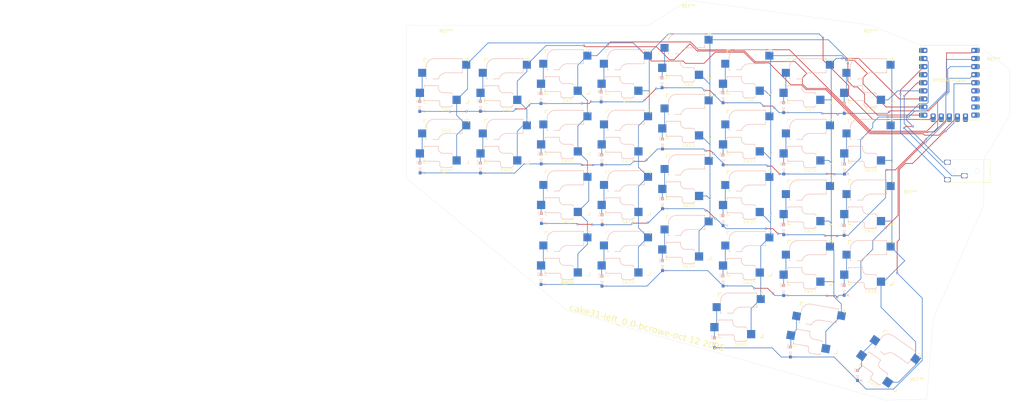
<source format=kicad_pcb>
(kicad_pcb (version 20241229) (generator "pcbnew") (generator_version "9.0")
  (layers (0 "F.Cu" signal) (2 "B.Cu" signal) (13 "F.Paste" user) (15 "B.Paste" user) (5 "F.SilkS" user "F.Silkscreen") (7 "B.SilkS" user "B.Silkscreen") (1 "F.Mask" user) (3 "B.Mask" user) (25 "Edge.Cuts" user))
  (net 0 "")
  (net 1 "Net-(D1-A)")
  (net 2 "row1")
  (net 3 "Net-(D2-A)")
  (net 4 "Net-(D3-A)")
  (net 5 "Net-(D4-A)")
  (net 6 "Net-(D5-A)")
  (net 7 "Net-(D6-A)")
  (net 8 "Net-(D7-A)")
  (net 9 "Net-(D8-A)")
  (net 10 "Net-(D9-A)")
  (net 11 "row2")
  (net 12 "Net-(D10-A)")
  (net 13 "Net-(D11-A)")
  (net 14 "Net-(D12-A)")
  (net 15 "Net-(D13-A)")
  (net 16 "Net-(D14-A)")
  (net 17 "Net-(D15-A)")
  (net 18 "Net-(D16-A)")
  (net 19 "row3")
  (net 20 "Net-(D17-A)")
  (net 21 "Net-(D18-A)")
  (net 22 "Net-(D19-A)")
  (net 23 "Net-(D20-A)")
  (net 24 "Net-(D21-A)")
  (net 25 "Net-(D22-A)")
  (net 26 "Net-(D23-A)")
  (net 27 "row4")
  (net 28 "Net-(D24-A)")
  (net 29 "Net-(D25-A)")
  (net 30 "Net-(D26-A)")
  (net 31 "Net-(D27-A)")
  (net 32 "Net-(D28-A)")
  (net 33 "Net-(D29-A)")
  (net 34 "row5")
  (net 35 "Net-(D30-A)")
  (net 36 "Net-(D31-A)")
  (net 37 "jackpwr")
  (net 38 "data1")
  (net 39 "GND")
  (net 40 "col1")
  (net 41 "col3")
  (net 42 "col8")
  (net 43 "col2")
  (net 45 "col4")
  (net 47 "col5")
  (net 48 "col7")
  (net 50 "col6")
  (net 54 "unconnected-(RZ1-GP29-Pad23)")
  (footprint "kbdextras:1N4148W" (layer "F.Cu") (at 170.04 113.38 90)
    (property "Reference" "D27")
    (property "Value" "D")
  )
  (footprint "kbdextras:mx-choc-dual" (layer "F.Cu") (at 178.32 85.61)
    (property "Reference" "SW21")
    (property "Value" "SW_SPST")
  )
  (footprint "kbdextras:mx-choc-dual" (layer "F.Cu") (at 197.37 85.61)
    (property "Reference" "SW22")
    (property "Value" "SW_SPST")
  )
  (footprint "kbdextras:1N4148W" (layer "F.Cu") (at 131.97 105.54 90)
    (property "Reference" "D25")
    (property "Value" "D")
  )
  (footprint "kbdextras:mx-choc-dual" (layer "F.Cu") (at 197.35 47.5)
    (property "Reference" "SW8")
    (property "Value" "SW_SPST")
  )
  (footprint "kbdextras:mx-choc-dual" (layer "F.Cu") (at 156.56 121.14)
    (property "Reference" "SW29")
    (property "Value" "SW_SPST")
  )
  (footprint "kbdextras:1N4148W" (layer "F.Cu") (at 113.01 91.13 90)
    (property "Reference" "D18")
    (property "Value" "D")
  )
  (footprint "kbdextras:mx-choc-dual" (layer "F.Cu") (at 140.16 39.64)
    (property "Reference" "SW5")
    (property "Value" "SW_SPST")
  )
  (footprint "MountingHole:MountingHole_2.2mm_M2" (layer "F.Cu") (at 212.08 144.49)
    (property "Reference" "REF**")
    (property "Value" "MountingHole_2.2mm_M2")
  )
  (footprint "kbdextras:mx-choc-dual" (layer "F.Cu") (at 83.05 47.5)
    (property "Reference" "SW2")
    (property "Value" "SW_SPST")
  )
  (footprint "kbdextras:1N4148W" (layer "F.Cu") (at 189.09 56.14 90)
    (property "Reference" "D8")
    (property "Value" "D")
  )
  (footprint "MountingHole:MountingHole_2.2mm_M2" (layer "F.Cu") (at 209.85 85.6)
    (property "Reference" "REF**")
    (property "Value" "MountingHole_2.2mm_M2")
  )
  (footprint "kbdextras:1N4148W" (layer "F.Cu") (at 151.01 91.41 90)
    (property "Reference" "D20")
    (property "Value" "D")
  )
  (footprint "kbdextras:mx-choc-dual" (layer "F.Cu") (at 102.06 44.64)
    (property "Reference" "SW3")
    (property "Value" "SW_SPST")
  )
  (footprint "kbdextras:1N4148W" (layer "F.Cu") (at 112.69 52.51 90)
    (property "Reference" "D4")
    (property "Value" "D")
  )
  (footprint "MountingHole:MountingHole_2.2mm_M2" (layer "F.Cu") (at 102.08 114.21)
    (property "Reference" "REF**")
    (property "Value" "MountingHole_2.2mm_M2")
  )
  (footprint "kbdextras:1N4148W" (layer "F.Cu") (at 93.84 72.01 90)
    (property "Reference" "D11")
    (property "Value" "D")
  )
  (footprint "kbdextras:1N4148W" (layer "F.Cu") (at 93.77 109.91 90)
    (property "Reference" "D23")
    (property "Value" "D")
  )
  (footprint "kbdextras:mx-choc-dual" (layer "F.Cu") (at 159.28 63.7)
    (property "Reference" "SW14")
    (property "Value" "SW_SPST")
  )
  (footprint "kbdextras:mx-choc-dual" (layer "F.Cu") (at 203.48 135.47 -35)
    (property "Reference" "SW31")
    (property "Value" "SW_SPST")
  )
  (footprint "kbdextras:mx-choc-dual" (layer "F.Cu") (at 64 66.54)
    (property "Reference" "SW9")
    (property "Value" "SW_SPST")
  )
  (footprint "kbdextras:1N4148W" (layer "F.Cu") (at 112.94 110.44 90)
    (property "Reference" "D24")
    (property "Value" "D")
  )
  (footprint "kbdextras:mx-choc-dual" (layer "F.Cu") (at 102.08 101.75)
    (property "Reference" "SW23")
    (property "Value" "SW_SPST")
  )
  (footprint "kbdextras:mx-choc-dual" (layer "F.Cu") (at 140.18 58.68)
    (property "Reference" "SW13")
    (property "Value" "SW_SPST" (hide yes))
  )
  (footprint "kbdextras:mx-choc-dual" (layer "F.Cu") (at 83.05 66.54)
    (property "Reference" "SW10")
    (property "Value" "SW_SPST")
  )
  (footprint "kbdextras:mx-choc-dual" (layer "F.Cu") (at 64 47.5)
    (property "Reference" "SW1")
    (property "Value" "SW_SPST")
  )
  (footprint "kbdextras:1N4148W" (layer "F.Cu") (at 151.01 110.37 90)
    (property "Reference" "D26")
    (property "Value" "D")
  )
  (footprint "kbdextras:mx-choc-dual" (layer "F.Cu") (at 140.19 77.71)
    (property "Reference" "SW19")
    (property "Value" "SW_SPST")
  )
  (footprint "kbdextras:1N4148W" (layer "F.Cu") (at 93.91 90.74 90)
    (property "Reference" "D17")
    (property "Value" "D")
  )
  (footprint "kbdextras:1N4148W" (layer "F.Cu") (at 170.04 94.27 90)
    (property "Reference" "D21")
    (property "Value" "D")
  )
  (footprint "kbdextras:mx-choc-dual" (layer "F.Cu") (at 121.11 44.64)
    (property "Reference" "SW4")
    (property "Value" "SW_SPST")
  )
  (footprint "kbdextras:mx-choc-dual" (layer "F.Cu") (at 159.26 44.64)
    (property "Reference" "SW6")
    (property "Value" "SW_SPST")
  )
  (footprint "kbdextras:1N4148W" (layer "F.Cu") (at 131.97 67.33 90)
    (property "Reference" "D13")
    (property "Value" "D")
  )
  (footprint "kbdextras:mx-choc-dual" (layer "F.Cu") (at 121.14 82.73)
    (property "Reference" "SW18")
    (property "Value" "SW_SPST")
  )
  (footprint "kbdextras:1N4148W" (layer "F.Cu") (at 170.07 75.2 90)
    (property "Reference" "D15")
    (property "Value" "D")
  )
  (footprint "kbdextras:mx-choc-dual" (layer "F.Cu") (at 102.09 82.73)
    (property "Reference" "SW17")
    (property "Value" "SW_SPST")
  )
  (footprint "kbdextras:mx-choc-dual" (layer "F.Cu") (at 140.18 96.73)
    (property "Reference" "SW25")
    (property "Value" "SW_SPST")
  )
  (footprint "kbdextras:mx-choc-dual" (layer "F.Cu") (at 102.09 63.7)
    (property "Reference" "SW11")
    (property "Value" "SW_SPST")
  )
  (footprint "kbdextras:1N4148W" (layer "F.Cu") (at 150.99 52.8 90)
    (property "Reference" "D6")
    (property "Value" "D")
  )
  (footprint "kbdextras:mx-choc-dual" (layer "F.Cu") (at 159.27 101.78)
    (property "Reference" "SW26")
    (property "Value" "SW_SPST")
  )
  (footprint "kbdextras:1N4148W" (layer "F.Cu") (at 189.07 113.31 90)
    (property "Reference" "D28")
    (property "Value" "D")
  )
  (footprint "MountingHole:MountingHole_2.2mm_M2" (layer "F.Cu") (at 236.13 43.82)
    (property "Reference" "REF**")
    (property "Value" "MountingHole_2.2mm_M2")
  )
  (footprint "kbdextras:1N4148W" (layer "F.Cu") (at 172.168949 132.706989 90)
    (property "Reference" "D30")
    (property "Value" "D")
  )
  (footprint "kbdextras:1N4148W" (layer "F.Cu") (at 189.07 94.48 90)
    (property "Reference" "D22")
    (property "Value" "D")
  )
  (footprint "kbdextras:1N4148W" (layer "F.Cu") (at 74.74 55.49 90)
    (property "Reference" "D2")
    (property "Value" "D")
  )
  (footprint "MountingHole:MountingHole_2.2mm_M2" (layer "F.Cu") (at 63.97 35)
    (property "Reference" "REF**")
    (property "Value" "MountingHole_2.2mm_M2")
  )
  (footprint "kbdextras:1N4148W" (layer "F.Cu") (at 170.04 55.9 90)
    (property "Reference" "D7")
    (property "Value" "D")
  )
  (footprint "kbdextras:mx-choc-dual" (layer "F.Cu") (at 178.3 47.5)
    (property "Reference" "SW7")
    (property "Value" "SW_SPST")
  )
  (footprint "kbdextras:mx-choc-dual" (layer "F.Cu") (at 178.32 66.54)
    (property "Reference" "SW15")
    (property "Value" "SW_SPST")
  )
  (footprint "kbdextras:RP2040-Zero" (layer "F.Cu") (at 211.96 60.78)
    (property "Reference" "RZ1")
    (property "Value" "RP2040-Zero")
  )
  (footprint "kbdextras:1N4148W" (layer "F.Cu") (at 55.67 55.52 90)
    (property "Reference" "D1")
    (property "Value" "D")
  )
  (footprint "kbdextras:1N4148W" (layer "F.Cu") (at 55.78 74.84 90)
    (property "Reference" "D9")
    (property "Value" "D")
  )
  (footprint "kbdextras:mx-choc-dual" (layer "F.Cu") (at 121.13 101.75)
    (property "Reference" "SW24")
    (property "Value" "SW_SPST")
  )
  (footprint "kbdextras:mx-choc-dual" (layer "F.Cu") (at 121.14 63.7)
    (property "Reference" "SW12")
    (property "Value" "SW_SPST")
  )
  (footprint "kbdextras:1N4148W" (layer "F.Cu") (at 131.82 48.08 90)
    (property "Reference" "D5")
    (property "Value" "D")
  )
  (footprint "kbdextras:1N4148W" (layer "F.Cu") (at 112.88 72.28 90)
    (property "Reference" "D12")
    (property "Value" "D")
  )
  (footprint "kbdextras:mx-choc-dual" (layer "F.Cu") (at 178.32 104.65)
    (property "Reference" "SW27")
    (property "Value" "SW_SPST" (hide yes))
  )
  (footprint "kbdextras:1N4148W" (layer "F.Cu") (at 131.97 86.09 90)
    (property "Reference" "D19")
    (property "Value" "D")
  )
  (footprint "MountingHole:MountingHole_2.2mm_M2" (layer "F.Cu") (at 140.16 27.14)
    (property "Reference" "REF**")
    (property "Value" "MountingHole_2.2mm_M2")
  )
  (footprint "MountingHole:MountingHole_2.2mm_M2" (layer "F.Cu") (at 63.98 79.01)
    (property "Reference" "REF**")
    (property "Value" "MountingHole_2.2mm_M2")
  )
  (footprint "kbdextras:1N4148W" (layer "F.Cu") (at 193.267418 140.088625 90)
    (property "Reference" "D31")
    (property "Value" "D")
  )
  (footprint "kbdextras:1N4148W" (layer "F.Cu") (at 93.78 53.04 90)
    (property "Reference" "D3")
    (property "Value" "D")
  )
  (footprint "kbdextras:mx-choc-dual" (layer "F.Cu") (at 181.1 125.21 -10)
    (property "Reference" "SW30" (hide yes))
    (property "Value" "SW_SPST")
  )
  (footprint "kbdextras:1N4148W" (layer "F.Cu") (at 151.02 72.33 90)
    (property "Reference" "D14")
    (property "Value" "D")
  )
  (footprint "kbdextras:1N4148W" (layer "F.Cu") (at 189.16 75.2 90)
    (property "Reference" "D16")
    (property "Value" "D")
  )
  (footprint "kbdextras:1N4148W" (layer "F.Cu") (at 148.35 129.82 90)
    (property "Reference" "D29")
    (property "Value" "D")
  )
  (footprint "kbdextras:mx-choc-dual" (layer "F.Cu") (at 159.27 82.76)
    (property "Reference" "SW20")
    (property "Value" "SW_SPST" (hide yes))
  )
  (footprint "kbdextras:STX-3000" (layer "F.Cu") (at 227.94 75.81 180)
    (property "Reference" "J1" (hide yes))
    (property "Value" "AudioJack3")
    (fp_circle (center 4.5 0) (end 5.25 0) (stroke (width 0.05)) (fill no) (layer "Edge.Cuts"))
    (fp_circle (center -3 0) (end -2.25 0) (stroke (width 0.05)) (fill no) (layer "Edge.Cuts"))
  )
  (footprint "kbdextras:mx-choc-dual" (layer "F.Cu") (at 197.37 104.65)
    (property "Reference" "SW28")
    (property "Value" "SW_SPST")
  )
  (footprint "MountingHole:MountingHole_2.2mm_M2" (layer "F.Cu") (at 197.38 35)
    (property "Reference" "REF**")
    (property "Value" "MountingHole_2.2mm_M2")
  )
  (footprint "kbdextras:mx-choc-dual" (layer "F.Cu") (at 197.37 66.54)
    (property "Reference" "SW16")
    (property "Value" "SW_SPST")
  )
  (footprint "kbdextras:1N4148W" (layer "F.Cu") (at 74.77 74.89 90)
    (property "Reference" "D10")
    (property "Value" "D")
  )
  (gr_line (start 51.51 29.99) (end 127.66 29.99) (stroke (width 0.05)) (layer "Edge.Cuts"))
  (gr_line (start 127.66 29.99) (end 140.18 22.12) (stroke (width 0.05)) (layer "Edge.Cuts"))
  (gr_line (start 202.09 147.83) (end 102.02 119.65) (stroke (width 0.05)) (layer "Edge.Cuts"))
  (gr_line (start 102.02 119.65) (end 51.51 78.1) (stroke (width 0.05)) (layer "Edge.Cuts"))
  (gr_line (start 232.95 72.21) (end 232.95 86.56) (stroke (width 0.05)) (layer "Edge.Cuts"))
  (gr_line (start 241.13 43.82) (end 241.14 58.24) (stroke (width 0.05)) (layer "Edge.Cuts"))
  (gr_line (start 241.14 58.24) (end 232.95 72.21) (stroke (width 0.05)) (layer "Edge.Cuts"))
  (gr_line (start 140.18 22.12) (end 197.38 29.99) (stroke (width 0.05)) (layer "Edge.Cuts"))
  (gr_line (start 215.03 147.58) (end 202.09 147.83) (stroke (width 0.05)) (layer "Edge.Cuts"))
  (gr_line (start 232.95 86.56) (end 217.11 122.1) (stroke (width 0.05)) (layer "Edge.Cuts"))
  (gr_line (start 231.13 36.34) (end 241.13 43.82) (stroke (width 0.05)) (layer "Edge.Cuts"))
  (gr_line (start 197.38 29.99) (end 213.13 36.34) (stroke (width 0.05)) (layer "Edge.Cuts"))
  (gr_line (start 217.11 122.1) (end 215.03 147.58) (stroke (width 0.05)) (layer "Edge.Cuts"))
  (gr_line (start 51.51 78.1) (end 51.51 29.99) (stroke (width 0.05)) (layer "Edge.Cuts"))
  (gr_line (start 213.13 36.34) (end 231.13 36.34) (stroke (width 0.05)) (layer "Edge.Cuts"))
  (gr_text "cake31-left_0.0-bcrowe-oct 12 2025" (at 102.48 119.84 345) (layer "F.SilkS") (effects (font (size 2 2) (thickness 0.1)) (justify left bottom)))
  (segment (start 56.44 50.535) (end 55.725 51.25) (width 0.2) (layer "B.Cu") (net 1))
  (segment (start 55.725 53.885) (end 55.67 53.94) (width 0.2) (layer "B.Cu") (net 1))
  (segment (start 56.44 44.96) (end 56.44 50.535) (width 0.2) (layer "B.Cu") (net 1))
  (segment (start 55.725 51.25) (end 55.725 53.885) (width 0.2) (layer "B.Cu") (net 1))
  (segment (start 182.21 57.75) (end 186.77 57.75) (width 0.2) (layer "F.Cu") (net 2))
  (segment (start 126.36 53.54) (end 129.97 49.93) (width 0.2) (layer "F.Cu") (net 2))
  (segment (start 85.87 56.3) (end 88.94 56.3) (width 0.2) (layer "F.Cu") (net 2))
  (segment (start 228.96 38.7) (end 229.74 37.92) (width 0.2) (layer "F.Cu") (net 2))
  (segment (start 126.29 53.54) (end 126.36 53.54) (width 0.2) (layer "F.Cu") (net 2))
  (segment (start 88.94 56.3) (end 89.97 55.27) (width 0.2) (layer "F.Cu") (net 2))
  (segment (start 203.51 56.91) (end 215.58 56.91) (width 0.2) (layer "F.Cu") (net 2))
  (segment (start 65.15 57.11) (end 70.31 57.11) (width 0.2) (layer "F.Cu") (net 2))
  (segment (start 215.58 56.91) (end 221.24 51.25) (width 0.2) (layer "F.Cu") (net 2))
  (segment (start 106.6 54.57) (end 108.96 54.57) (width 0.2) (layer "F.Cu") (net 2))
  (segment (start 146.88 50.5) (end 148.33 51.95) (width 0.2) (layer "F.Cu") (net 2))
  (segment (start 186.77 57.75) (end 187.05 58.03) (width 0.2) (layer "F.Cu") (net 2))
  (segment (start 221.24 51.25) (end 221.24 38.7) (width 0.2) (layer "F.Cu") (net 2))
  (segment (start 163.75 55.41) (end 166.57 55.41) (width 0.2) (layer "F.Cu") (net 2))
  (segment (start 108.96 54.57) (end 109.53 54) (width 0.2) (layer "F.Cu") (net 2))
  (segment (start 145.18 50.5) (end 146.88 50.5) (width 0.2) (layer "F.Cu") (net 2))
  (segment (start 166.57 55.41) (end 167.14 55.98) (width 0.2) (layer "F.Cu") (net 2))
  (segment (start 221.24 38.7) (end 228.96 38.7) (width 0.2) (layer "F.Cu") (net 2))
  (segment (start 203.18 57.24) (end 203.51 56.91) (width 0.2) (layer "F.Cu") (net 2))
  (segment (start 70.31 57.11) (end 70.35 57.07) (width 0.2) (layer "F.Cu") (net 2))
  (via (at 126.29 53.54) (size 0.6) (drill 0.3) (layers "F.Cu" "B.Cu") (net 2))
  (via (at 148.33 51.95) (size 0.6) (drill 0.3) (layers "F.Cu" "B.Cu") (net 2))
  (via (at 167.14 55.98) (size 0.6) (drill 0.3) (layers "F.Cu" "B.Cu") (net 2))
  (via (at 129.97 49.93) (size 0.6) (drill 0.3) (layers "F.Cu" "B.Cu") (net 2))
  (via (at 85.87 56.3) (size 0.6) (drill 0.3) (layers "F.Cu" "B.Cu") (net 2))
  (via (at 145.18 50.5) (size 0.6) (drill 0.3) (layers "F.Cu" "B.Cu") (net 2))
  (via (at 109.53 54) (size 0.6) (drill 0.3) (layers "F.Cu" "B.Cu") (net 2))
  (via (at 163.75 55.41) (size 0.6) (drill 0.3) (layers "F.Cu" "B.Cu") (net 2))
  (via (at 187.05 58.03) (size 0.6) (drill 0.3) (layers "F.Cu" "B.Cu") (net 2))
  (via (at 65.15 57.11) (size 0.6) (drill 0.3) (layers "F.Cu" "B.Cu") (net 2))
  (via (at 106.6 54.57) (size 0.6) (drill 0.3) (layers "F.Cu" "B.Cu") (net 2))
  (via (at 89.97 55.27) (size 0.6) (drill 0.3) (layers "F.Cu" "B.Cu") (net 2))
  (via (at 182.21 57.75) (size 0.6) (drill 0.3) (layers "F.Cu" "B.Cu") (net 2))
  (via (at 70.35 57.07) (size 0.6) (drill 0.3) (layers "F.Cu" "B.Cu") (net 2))
  (via (at 203.18 57.24) (size 0.6) (drill 0.3) (layers "F.Cu" "B.Cu") (net 2))
  (segment (start 202.71 57.71) (end 203.18 57.24) (width 0.2) (layer "B.Cu") (net 2))
  (segment (start 125.75 54.08) (end 126.29 53.54) (width 0.2) (layer "B.Cu") (net 2))
  (segment (start 187.05 58.03) (end 187.37 57.71) (width 0.2) (layer "B.Cu") (net 2))
  (segment (start 70.35 57.07) (end 70.36 57.06) (width 0.2) (layer "B.Cu") (net 2))
  (segment (start 109.53 54) (end 109.61 54.08) (width 0.2) (layer "B.Cu") (net 2))
  (segment (start 74.74 57.06) (end 85.11 57.06) (width 0.2) (layer "B.Cu") (net 2))
  (segment (start 189.09 57.71) (end 202.71 57.71) (width 0.2) (layer "B.Cu") (net 2))
  (segment (start 93.78 54.61) (end 106.56 54.61) (width 0.2) (layer "B.Cu") (net 2))
  (segment (start 90.63 54.61) (end 93.78 54.61) (width 0.2) (layer "B.Cu") (net 2))
  (segment (start 148.33 51.95) (end 150.75 54.37) (width 0.2) (layer "B.Cu") (net 2))
  (segment (start 181.93 57.47) (end 182.21 57.75) (width 0.2) (layer "B.Cu") (net 2))
  (segment (start 129.97 49.93) (end 131.54 49.93) (width 0.2) (layer "B.Cu") (net 2))
  (segment (start 167.14 55.98) (end 168.63 57.47) (width 0.2) (layer "B.Cu") (net 2))
  (segment (start 112.69 54.08) (end 125.75 54.08) (width 0.2) (layer "B.Cu") (net 2))
  (segment (start 109.61 54.08) (end 112.69 54.08) (width 0.2) (layer "B.Cu") (net 2))
  (segment (start 150.75 54.37) (end 150.99 54.37) (width 0.2) (layer "B.Cu") (net 2))
  (segment (start 85.11 57.06) (end 85.87 56.3) (width 0.2) (layer "B.Cu") (net 2))
  (segment (start 131.82 49.65) (end 144.33 49.65) (width 0.2) (layer "B.Cu") (net 2))
  (segment (start 187.37 57.71) (end 189.09 57.71) (width 0.2) (layer "B.Cu") (net 2))
  (segment (start 150.99 54.37) (end 162.71 54.37) (width 0.2) (layer "B.Cu") (net 2))
  (segment (start 168.63 57.47) (end 170.04 57.47) (width 0.2) (layer "B.Cu") (net 2))
  (segment (start 89.97 55.27) (end 90.63 54.61) (width 0.2) (layer "B.Cu") (net 2))
  (segment (start 131.54 49.93) (end 131.82 49.65) (width 0.2) (layer "B.Cu") (net 2))
  (segment (start 65.13 57.09) (end 65.15 57.11) (width 0.2) (layer "B.Cu") (net 2))
  (segment (start 144.33 49.65) (end 145.18 50.5) (width 0.2) (layer "B.Cu") (net 2))
  (segment (start 106.56 54.61) (end 106.6 54.57) (width 0.2) (layer "B.Cu") (net 2))
  (segment (start 170.04 57.47) (end 181.93 57.47) (width 0.2) (layer "B.Cu") (net 2))
  (segment (start 55.67 57.09) (end 65.13 57.09) (width 0.2) (layer "B.Cu") (net 2))
  (segment (start 70.36 57.06) (end 74.74 57.06) (width 0.2) (layer "B.Cu") (net 2))
  (segment (start 162.71 54.37) (end 163.75 55.41) (width 0.2) (layer "B.Cu") (net 2))
  (segment (start 74.775 53.875) (end 74.74 53.91) (width 0.2) (layer "B.Cu") (net 3))
  (segment (start 75.49 50.535) (end 74.775 51.25) (width 0.2) (layer "B.Cu") (net 3))
  (segment (start 74.775 51.25) (end 74.775 53.875) (width 0.2) (layer "B.Cu") (net 3))
  (segment (start 75.49 44.96) (end 75.49 50.535) (width 0.2) (layer "B.Cu") (net 3))
  (segment (start 94.5 42.1) (end 94.5 47.675) (width 0.2) (layer "B.Cu") (net 4))
  (segment (start 93.785 51.455) (end 93.78 51.46) (width 0.2) (layer "B.Cu") (net 4))
  (segment (start 94.5 47.675) (end 93.785 48.39) (width 0.2) (layer "B.Cu") (net 4))
  (segment (start 93.785 48.39) (end 93.785 51.455) (width 0.2) (layer "B.Cu") (net 4))
  (segment (start 112.69 48.535) (end 112.835 48.39) (width 0.2) (layer "B.Cu") (net 5))
  (segment (start 113.55 42.1) (end 113.55 47.675) (width 0.2) (layer "B.Cu") (net 5))
  (segment (start 112.69 50.93) (end 112.69 48.535) (width 0.2) (layer "B.Cu") (net 5))
  (segment (start 113.55 47.675) (end 112.835 48.39) (width 0.2) (layer "B.Cu") (net 5))
  (segment (start 132.6 37.1) (end 132.6 42.675) (width 0.2) (layer "B.Cu") (net 6))
  (segment (start 131.885 43.39) (end 131.885 46.435) (width 0.2) (layer "B.Cu") (net 6))
  (segment (start 132.6 42.675) (end 131.885 43.39) (width 0.2) (layer "B.Cu") (net 6))
  (segment (start 131.885 46.435) (end 131.82 46.5) (width 0.2) (layer "B.Cu") (net 6))
  (segment (start 151.7 42.1) (end 151.7 47.675) (width 0.2) (layer "B.Cu") (net 7))
  (segment (start 150.985 51.215) (end 150.99 51.22) (width 0.2) (layer "B.Cu") (net 7))
  (segment (start 150.985 48.39) (end 150.985 51.215) (width 0.2) (layer "B.Cu") (net 7))
  (segment (start 151.7 47.675) (end 150.985 48.39) (width 0.2) (layer "B.Cu") (net 7))
  (segment (start 170.74 44.96) (end 170.74 50.535) (width 0.2) (layer "B.Cu") (net 8))
  (segment (start 170.025 51.25) (end 170.025 54.305) (width 0.2) (layer "B.Cu") (net 8))
  (segment (start 170.74 50.535) (end 170.025 51.25) (width 0.2) (layer "B.Cu") (net 8))
  (segment (start 170.025 54.305) (end 170.04 54.32) (width 0.2) (layer "B.Cu") (net 8))
  (segment (start 189.79 50.535) (end 189.075 51.25) (width 0.2) (layer "B.Cu") (net 9))
  (segment (start 189.79 44.96) (end 189.79 50.535) (width 0.2) (layer "B.Cu") (net 9))
  (segment (start 189.075 54.545) (end 189.09 54.56) (width 0.2) (layer "B.Cu") (net 9))
  (segment (start 189.075 51.25) (end 189.075 54.545) (width 0.2) (layer "B.Cu") (net 9))
  (segment (start 55.725 70.29) (end 55.725 73.205) (width 0.2) (layer "B.Cu") (net 10))
  (segment (start 55.725 73.205) (end 55.78 73.26) (width 0.2) (layer "B.Cu") (net 10))
  (segment (start 56.44 69.575) (end 55.725 70.29) (width 0.2) (layer "B.Cu") (net 10))
  (segment (start 56.44 64) (end 56.44 69.575) (width 0.2) (layer "B.Cu") (net 10))
  (segment (start 202.7 58.84) (end 209.19 58.84) (width 0.2) (layer "F.Cu") (net 11))
  (segment (start 209.19 58.84) (end 209.29 58.94) (width 0.2) (layer "F.Cu") (net 11))
  (segment (start 110.1 73.93) (end 110.13 73.96) (width 0.2) (layer "F.Cu") (net 11))
  (segment (start 185.84 76.7) (end 185.96 76.82) (width 0.2) (layer "F.Cu") (net 11))
  (segment (start 147.12 69.45) (end 148.03 70.36) (width 0.2) (layer "F.Cu") (net 11))
  (segment (start 165.01 74.28) (end 166.33 74.28) (width 0.2) (layer "F.Cu") (net 11))
  (segment (start 122.92 72.78) (end 126.52 72.78) (width 0.2) (layer "F.Cu") (net 11))
  (segment (start 183.6 76.7) (end 185.84 76.7) (width 0.2) (layer "F.Cu") (net 11))
  (segment (start 145.47 69.45) (end 147.12 69.45) (width 0.2) (layer "F.Cu") (net 11))
  (segment (start 126.52 72.78) (end 126.99 72.31) (width 0.2) (layer "F.Cu") (net 11))
  (segment (start 106.66 73.93) (end 110.1 73.93) (width 0.2) (layer "F.Cu") (net 11))
  (segment (start 166.33 74.28) (end 168.81 76.76) (width 0.2) (layer "F.Cu") (net 11))
  (via (at 126.99 72.31) (size 0.6) (drill 0.3) (layers "F.Cu" "B.Cu") (net 11))
  (via (at 202.7 58.84) (size 0.6) (drill 0.3) (layers "F.Cu" "B.Cu") (net 11))
  (via (at 165.01 74.28) (size 0.6) (drill 0.3) (layers "F.Cu" "B.Cu") (net 11))
  (via (at 185.96 76.82) (size 0.6) (drill 0.3) (layers "F.Cu" "B.Cu") (net 11))
  (via (at 122.92 72.78) (size 0.6) (drill 0.3) (layers "F.Cu" "B.Cu") (net 11))
  (via (at 106.66 73.93) (size 0.6) (drill 0.3) (layers "F.Cu" "B.Cu") (net 11))
  (via (at 209.29 58.94) (size 0.6) (drill 0.3) (layers "F.Cu" "B.Cu") (net 11))
  (via (at 168.81 76.76) (size 0.6) (drill 0.3) (layers "F.Cu" "B.Cu") (net 11))
  (via (at 110.13 73.96) (size 0.6) (drill 0.3) (layers "F.Cu" "B.Cu") (net 11))
  (via (at 148.03 70.36) (size 0.6) (drill 0.3) (layers "F.Cu" "B.Cu") (net 11))
  (via (at 145.47 69.45) (size 0.6) (drill 0.3) (layers "F.Cu" "B.Cu") (net 11))
  (via (at 183.6 76.7) (size 0.6) (drill 0.3) (layers "F.Cu" "B.Cu") (net 11))
  (segment (start 194.22 65.957709) (end 198.059 62.118709) (width 0.2) (layer "B.Cu") (net 11))
  (segment (start 185.96 76.82) (end 186.01 76.77) (width 0.2) (layer "B.Cu") (net 11))
  (segment (start 198.059 62.118709) (end 198.059 60.693291) (width 0.2) (layer "B.Cu") (net 11))
  (segment (start 194.22 71.71) (end 194.22 65.957709) (width 0.2) (layer "B.Cu") (net 11))
  (segment (start 110.13 73.96) (end 110.24 73.85) (width 0.2) (layer "B.Cu") (net 11))
  (segment (start 106.31 73.58) (end 106.66 73.93) (width 0.2) (layer "B.Cu") (net 11))
  (segment (start 148.03 70.36) (end 151.02 73.35) (width 0.2) (layer "B.Cu") (net 11))
  (segment (start 110.24 73.85) (end 112.88 73.85) (width 0.2) (layer "B.Cu") (net 11))
  (segment (start 131.97 68.9) (end 144.92 68.9) (width 0.2) (layer "B.Cu") (net 11))
  (segment (start 214.971436 56.92) (end 221.22 50.671436) (width 0.2) (layer "B.Cu") (net 11))
  (segment (start 221.22 50.671436) (end 221.22 40.77) (width 0.2) (layer "B.Cu") (net 11))
  (segment (start 164.63 73.9) (end 165.01 74.28) (width 0.2) (layer "B.Cu") (net 11))
  (segment (start 198.059 60.693291) (end 199.912291 58.84) (width 0.2) (layer "B.Cu") (net 11))
  (segment (start 144.92 68.9) (end 145.47 69.45) (width 0.2) (layer "B.Cu") (net 11))
  (segment (start 199.912291 58.84) (end 202.7 58.84) (width 0.2) (layer "B.Cu") (net 11))
  (segment (start 170.06 76.76) (end 170.07 76.77) (width 0.2) (layer "B.Cu") (net 11))
  (segment (start 74.77 76.46) (end 85.557 76.46) (width 0.2) (layer "B.Cu") (net 11))
  (segment (start 93.84 73.58) (end 106.31 73.58) (width 0.2) (layer "B.Cu") (net 11))
  (segment (start 229.43 40.77) (end 229.74 40.46) (width 0.2) (layer "B.Cu") (net 11))
  (segment (start 112.88 73.85) (end 121.85 73.85) (width 0.2) (layer "B.Cu") (net 11))
  (segment (start 151.02 73.35) (end 151.02 73.9) (width 0.2) (layer "B.Cu") (net 11))
  (segment (start 55.78 76.41) (end 74.72 76.41) (width 0.2) (layer "B.Cu") (net 11))
  (segment (start 126.99 72.31) (end 130.4 68.9) (width 0.2) (layer "B.Cu") (net 11))
  (segment (start 74.72 76.41) (end 74.77 76.46) (width 0.2) (layer "B.Cu") (net 11))
  (segment (start 170.07 76.77) (end 183.53 76.77) (width 0.2) (layer "B.Cu") (net 11))
  (segment (start 221.22 40.77) (end 229.43 40.77) (width 0.2) (layer "B.Cu") (net 11))
  (segment (start 85.557 76.46) (end 88.437 73.58) (width 0.2) (layer "B.Cu") (net 11))
  (segment (start 183.53 76.77) (end 183.6 76.7) (width 0.2) (layer "B.Cu") (net 11))
  (segment (start 209.29 58.94) (end 211.31 56.92) (width 0.2) (layer "B.Cu") (net 11))
  (segment (start 121.85 73.85) (end 122.92 72.78) (width 0.2) (layer "B.Cu") (net 11))
  (segment (start 168.81 76.76) (end 170.06 76.76) (width 0.2) (layer "B.Cu") (net 11))
  (segment (start 151.02 73.9) (end 164.63 73.9) (width 0.2) (layer "B.Cu") (net 11))
  (segment (start 130.4 68.9) (end 131.97 68.9) (width 0.2) (layer "B.Cu") (net 11))
  (segment (start 211.31 56.92) (end 214.971436 56.92) (width 0.2) (layer "B.Cu") (net 11))
  (segment (start 88.437 73.58) (end 93.84 73.58) (width 0.2) (layer "B.Cu") (net 11))
  (segment (start 186.01 76.77) (end 189.16 76.77) (width 0.2) (layer "B.Cu") (net 11))
  (segment (start 189.16 76.77) (end 194.22 71.71) (width 0.2) (layer "B.Cu") (net 11))
  (segment (start 75.49 69.575) (end 74.775 70.29) (width 0.2) (layer "B.Cu") (net 12))
  (segment (start 75.49 64) (end 75.49 69.575) (width 0.2) (layer "B.Cu") (net 12))
  (segment (start 74.775 73.305) (end 74.77 73.31) (width 0.2) (layer "B.Cu") (net 12))
  (segment (start 74.775 70.29) (end 74.775 73.305) (width 0.2) (layer "B.Cu") (net 12))
  (segment (start 93.815 67.45) (end 93.815 70.405) (width 0.2) (layer "B.Cu") (net 13))
  (segment (start 94.53 61.16) (end 94.53 66.735) (width 0.2) (layer "B.Cu") (net 13))
  (segment (start 93.815 70.405) (end 93.84 70.43) (width 0.2) (layer "B.Cu") (net 13))
  (segment (start 94.53 66.735) (end 93.815 67.45) (width 0.2) (layer "B.Cu") (net 13))
  (segment (start 113.58 61.16) (end 113.58 66.735) (width 0.2) (layer "B.Cu") (net 14))
  (segment (start 112.865 70.685) (end 112.88 70.7) (width 0.2) (layer "B.Cu") (net 14))
  (segment (start 112.865 67.45) (end 112.865 70.685) (width 0.2) (layer "B.Cu") (net 14))
  (segment (start 113.58 66.735) (end 112.865 67.45) (width 0.2) (layer "B.Cu") (net 14))
  (segment (start 131.905 65.685) (end 131.97 65.75) (width 0.2) (layer "B.Cu") (net 15))
  (segment (start 132.62 56.14) (end 132.62 61.715) (width 0.2) (layer "B.Cu") (net 15))
  (segment (start 132.62 61.715) (end 131.905 62.43) (width 0.2) (layer "B.Cu") (net 15))
  (segment (start 131.905 62.43) (end 131.905 65.685) (width 0.2) (layer "B.Cu") (net 15))
  (segment (start 151.72 61.16) (end 151.72 66.735) (width 0.2) (layer "B.Cu") (net 16))
  (segment (start 151.005 70.735) (end 151.02 70.75) (width 0.2) (layer "B.Cu") (net 16))
  (segment (start 151.005 67.45) (end 151.005 70.735) (width 0.2) (layer "B.Cu") (net 16))
  (segment (start 151.72 66.735) (end 151.005 67.45) (width 0.2) (layer "B.Cu") (net 16))
  (segment (start 170.045 70.29) (end 170.045 73.595) (width 0.2) (layer "B.Cu") (net 17))
  (segment (start 170.76 64) (end 170.76 69.575) (width 0.2) (layer "B.Cu") (net 17))
  (segment (start 170.045 73.595) (end 170.07 73.62) (width 0.2) (layer "B.Cu") (net 17))
  (segment (start 170.76 69.575) (end 170.045 70.29) (width 0.2) (layer "B.Cu") (net 17))
  (segment (start 189.095 70.29) (end 189.095 73.555) (width 0.2) (layer "B.Cu") (net 18))
  (segment (start 189.81 69.575) (end 189.095 70.29) (width 0.2) (layer "B.Cu") (net 18))
  (segment (start 189.81 64) (end 189.81 69.575) (width 0.2) (layer "B.Cu") (net 18))
  (segment (start 189.095 73.555) (end 189.16 73.62) (width 0.2) (layer "B.Cu") (net 18))
  (segment (start 105.29 92.57) (end 109.73 92.57) (width 0.2) (layer "F.Cu") (net 19))
  (segment (start 166.65 93.93) (end 168.24 95.52) (width 0.2) (layer "F.Cu") (net 19))
  (segment (start 164.49 93.93) (end 166.65 93.93) (width 0.2) (layer "F.Cu") (net 19))
  (segment (start 127.18 92.22) (end 127.36 92.04) (width 0.2) (layer "F.Cu") (net 19))
  (segment (start 146.07 88.27) (end 148.58 90.78) (width 0.2) (layer "F.Cu") (net 19))
  (segment (start 109.73 92.57) (end 109.85 92.69) (width 0.2) (layer "F.Cu") (net 19))
  (segment (start 183 96.14) (end 186.74 96.14) (width 0.2) (layer "F.Cu") (net 19))
  (segment (start 122.58 92.22) (end 127.18 92.22) (width 0.2) (layer "F.Cu") (net 19))
  (segment (start 145.57 88.27) (end 146.07 88.27) (width 0.2) (layer "F.Cu") (net 19))
  (segment (start 202.36 75.46) (end 205.16 75.46) (width 0.2) (layer "F.Cu") (net 19))
  (segment (start 186.74 96.14) (end 186.86 96.26) (width 0.2) (layer "F.Cu") (net 19))
  (segment (start 205.16 75.46) (end 214.79 65.83) (width 0.2) (layer "F.Cu") (net 19))
  (via (at 168.24 95.52) (size 0.6) (drill 0.3) (layers "F.Cu" "B.Cu") (net 19))
  (via (at 186.86 96.26) (size 0.6) (drill 0.3) (layers "F.Cu" "B.Cu") (net 19))
  (via (at 214.79 65.83) (size 0.6) (drill 0.3) (layers "F.Cu" "B.Cu") (net 19))
  (via (at 109.85 92.69) (size 0.6) (drill 0.3) (layers "F.Cu" "B.Cu") (net 19))
  (via (at 164.49 93.93) (size 0.6) (drill 0.3) (layers "F.Cu" "B.Cu") (net 19))
  (via (at 127.36 92.04) (size 0.6) (drill 0.3) (layers "F.Cu" "B.Cu") (net 19))
  (via (at 202.36 75.46) (size 0.6) (drill 0.3) (layers "F.Cu" "B.Cu") (net 19))
  (via (at 105.29 92.57) (size 0.6) (drill 0.3) (layers "F.Cu" "B.Cu") (net 19))
  (via (at 122.58 92.22) (size 0.6) (drill 0.3) (layers "F.Cu" "B.Cu") (net 19))
  (via (at 148.58 90.78) (size 0.6) (drill 0.3) (layers "F.Cu" "B.Cu") (net 19))
  (via (at 145.57 88.27) (size 0.6) (drill 0.3) (layers "F.Cu" "B.Cu") (net 19))
  (via (at 183 96.14) (size 0.6) (drill 0.3) (layers "F.Cu" "B.Cu") (net 19))
  (segment (start 202.084 75.736) (end 202.36 75.46) (width 0.2) (layer "B.Cu") (net 19))
  (segment (start 218.439268 62.180732) (end 218.439268 54.019268) (width 0.2) (layer "B.Cu") (net 19))
  (segment (start 221.621 43.821) (end 221.62 43.82) (width 0.2) (layer "B.Cu") (net 19))
  (segment (start 221.621 50.837536) (end 221.621 43.821) (width 0.2) (layer "B.Cu") (net 19))
  (segment (start 218.439268 54.019268) (end 221.621 50.837536) (width 0.2) (layer "B.Cu") (net 19))
  (segment (start 214.79 65.83) (end 218.439268 62.180732) (width 0.2) (layer "B.Cu") (net 19))
  (segment (start 187.07 96.05) (end 189.07 96.05) (width 0.2) (layer "B.Cu") (net 19))
  (segment (start 202.084 84.212189) (end 202.084 75.736) (width 0.2) (layer "B.Cu") (net 19))
  (segment (start 144.96 87.66) (end 145.57 88.27) (width 0.2) (layer "B.Cu") (net 19))
  (segment (start 186.86 96.26) (end 187.07 96.05) (width 0.2) (layer "B.Cu") (net 19))
  (segment (start 109.85 92.69) (end 109.86 92.7) (width 0.2) (layer "B.Cu") (net 19))
  (segment (start 127.59 92.04) (end 131.97 87.66) (width 0.2) (layer "B.Cu") (net 19))
  (segment (start 221.62 43.82) (end 222.44 43) (width 0.2) (layer "B.Cu") (net 19))
  (segment (start 105.03 92.31) (end 105.29 92.57) (width 0.2) (layer "B.Cu") (net 19))
  (segment (start 148.81 90.78) (end 151.01 92.98) (width 0.2) (layer "B.Cu") (net 19))
  (segment (start 168.24 95.52) (end 169.72 95.52) (width 0.2) (layer "B.Cu") (net 19))
  (segment (start 131.97 87.66) (end 144.96 87.66) (width 0.2) (layer "B.Cu") (net 19))
  (segment (start 151.96 93.93) (end 164.49 93.93) (width 0.2) (layer "B.Cu") (net 19))
  (segment (start 122.1 92.7) (end 122.58 92.22) (width 0.2) (layer "B.Cu") (net 19))
  (segment (start 151.01 92.98) (end 151.96 93.93) (width 0.2) (layer "B.Cu") (net 19))
  (segment (start 127.36 92.04) (end 127.59 92.04) (width 0.2) (layer "B.Cu") (net 19))
  (segment (start 169.72 95.52) (end 170.04 95.84) (width 0.2) (layer "B.Cu") (net 19))
  (segment (start 170.04 95.84) (end 182.7 95.84) (width 0.2) (layer "B.Cu") (net 19))
  (segment (start 222.44 43) (end 229.74 43) (width 0.2) (layer "B.Cu") (net 19))
  (segment (start 148.58 90.78) (end 148.81 90.78) (width 0.2) (layer "B.Cu") (net 19))
  (segment (start 182.7 95.84) (end 183 96.14) (width 0.2) (layer "B.Cu") (net 19))
  (segment (start 109.86 92.7) (end 113.01 92.7) (width 0.2) (layer "B.Cu") (net 19))
  (segment (start 189.07 96.05) (end 190.246189 96.05) (width 0.2) (layer "B.Cu") (net 19))
  (segment (start 93.91 92.31) (end 105.03 92.31) (width 0.2) (layer "B.Cu") (net 19))
  (segment (start 190.246189 96.05) (end 202.084 84.212189) (width 0.2) (layer "B.Cu") (net 19))
  (segment (start 113.01 92.7) (end 122.1 92.7) (width 0.2) (layer "B.Cu") (net 19))
  (segment (start 93.815 89.065) (end 93.91 89.16) (width 0.2) (layer "B.Cu") (net 20))
  (segment (start 94.53 85.765) (end 93.815 86.48) (width 0.2) (layer "B.Cu") (net 20))
  (segment (start 94.53 80.19) (end 94.53 85.765) (width 0.2) (layer "B.Cu") (net 20))
  (segment (start 93.815 86.48) (end 93.815 89.065) (width 0.2) (layer "B.Cu") (net 20))
  (segment (start 113.58 80.19) (end 113.58 85.765) (width 0.2) (layer "B.Cu") (net 21))
  (segment (start 112.865 89.405) (end 113.01 89.55) (width 0.2) (layer "B.Cu") (net 21))
  (segment (start 113.58 85.765) (end 112.865 86.48) (width 0.2) (layer "B.Cu") (net 21))
  (segment (start 112.865 86.48) (end 112.865 89.405) (width 0.2) (layer "B.Cu") (net 21))
  (segment (start 131.915 84.455) (end 131.97 84.51) (width 0.2) (layer "B.Cu") (net 22))
  (segment (start 132.63 80.745) (end 131.915 81.46) (width 0.2) (layer "B.Cu") (net 22))
  (segment (start 132.63 75.17) (end 132.63 80.745) (width 0.2) (layer "B.Cu") (net 22))
  (segment (start 131.915 81.46) (end 131.915 84.455) (width 0.2) (layer "B.Cu") (net 22))
  (segment (start 150.995 89.815) (end 151.01 89.83) (width 0.2) (layer "B.Cu") (net 23))
  (segment (start 151.71 85.795) (end 150.995 86.51) (width 0.2) (layer "B.Cu") (net 23))
  (segment (start 150.995 86.51) (end 150.995 89.815) (width 0.2) (layer "B.Cu") (net 23))
  (segment (start 151.71 80.22) (end 151.71 85.795) (width 0.2) (layer "B.Cu") (net 23))
  (segment (start 170.045 89.36) (end 170.045 92.685) (width 0.2) (layer "B.Cu") (net 24))
  (segment (start 170.76 88.645) (end 170.045 89.36) (width 0.2) (layer "B.Cu") (net 24))
  (segment (start 170.045 92.685) (end 170.04 92.69) (width 0.2) (layer "B.Cu") (net 24))
  (segment (start 170.76 83.07) (end 170.76 88.645) (width 0.2) (layer "B.Cu") (net 24))
  (segment (start 189.095 89.385) (end 189.07 89.41) (width 0.2) (layer "B.Cu") (net 25))
  (segment (start 189.81 88.645) (end 189.095 89.36) (width 0.2) (layer "B.Cu") (net 25))
  (segment (start 189.81 83.07) (end 189.81 88.645) (width 0.2) (layer "B.Cu") (net 25))
  (segment (start 189.07 89.41) (end 189.07 92.9) (width 0.2) (layer "B.Cu") (net 25))
  (segment (start 189.095 89.36) (end 189.095 89.385) (width 0.2) (layer "B.Cu") (net 25))
  (segment (start 94.52 99.21) (end 94.52 104.785) (width 0.2) (layer "B.Cu") (net 26))
  (segment (start 94.52 104.785) (end 93.805 105.5) (width 0.2) (layer "B.Cu") (net 26))
  (segment (start 93.805 108.295) (end 93.77 108.33) (width 0.2) (layer "B.Cu") (net 26))
  (segment (start 93.805 105.5) (end 93.805 108.295) (width 0.2) (layer "B.Cu") (net 26))
  (segment (start 186.42 115.03) (end 186.87 115.48) (width 0.2) (layer "F.Cu") (net 27))
  (segment (start 206.02355 75.16355) (end 210.60855 70.57855) (width 0.2) (layer "F.Cu") (net 27))
  (segment (start 202.14 93.64) (end 206.02355 89.75645) (width 0.2) (layer "F.Cu") (net 27))
  (segment (start 183.61 115.03) (end 186.42 115.03) (width 0.2) (layer "F.Cu") (net 27))
  (segment (start 214.387785 66.799315) (end 214.669214 66.799315) (width 0.2) (layer "F.Cu") (net 27))
  (segment (start 160.84 112.68) (end 165.02 112.68) (width 0.2) (layer "F.Cu") (net 27))
  (segment (start 210.60855 70.57855) (end 214.387785 66.799315) (width 0.2) (layer "F.Cu") (net 27))
  (segment (start 206.02355 89.75645) (end 206.02355 75.16355) (width 0.2) (layer "F.Cu") (net 27))
  (segment (start 165.02 112.68) (end 166.7 114.36) (width 0.2) (layer "F.Cu") (net 27))
  (via (at 202.14 93.64) (size 0.6) (drill 0.3) (layers "F.Cu" "B.Cu") (net 27))
  (via (at 214.669214 66.799315) (size 0.6) (drill 0.3) (layers "F.Cu" "B.Cu") (net 27))
  (via (at 186.87 115.48) (size 0.6) (drill 0.3) (layers "F.Cu" "B.Cu") (net 27))
  (via (at 183.61 115.03) (size 0.6) (drill 0.3) (layers "F.Cu" "B.Cu") (net 27))
  (via (at 166.7 114.36) (size 0.6) (drill 0.3) (layers "F.Cu" "B.Cu") (net 27))
  (via (at 160.84 112.68) (size 0.6) (drill 0.3) (layers "F.Cu" "B.Cu") (net 27))
  (segment (start 228.61 46.67) (end 229.74 45.54) (width 0.2) (layer "B.Cu") (net 27))
  (segment (start 198.059 97.721) (end 202.14 93.64) (width 0.2) (layer "B.Cu") (net 27))
  (segment (start 112.94 112.01) (end 127.07 112.01) (width 0.2) (layer "B.Cu") (net 27))
  (segment (start 93.77 111.48) (end 112.41 111.48) (width 0.2) (layer "B.Cu") (net 27))
  (segment (start 167.29 114.95) (end 170.04 114.95) (width 0.2) (layer "B.Cu") (net 27))
  (segment (start 221.0316 60.438343) (end 221.0316 51.994036) (width 0.2) (layer "B.Cu") (net 27))
  (segment (start 215.038943 66.431) (end 221.0316 60.438343) (width 0.2) (layer "B.Cu") (net 27))
  (segment (start 170.04 114.95) (end 183.53 114.95) (width 0.2) (layer "B.Cu") (net 27))
  (segment (start 189.07 114.88) (end 194.326709 109.623291) (width 0.2) (layer "B.Cu") (net 27))
  (segment (start 194.326709 104.153291) (end 198.059 100.421) (width 0.2) (layer "B.Cu") (net 27))
  (segment (start 112.41 111.48) (end 112.94 112.01) (width 0.2) (layer "B.Cu") (net 27))
  (segment (start 186.87 115.48) (end 187.47 114.88) (width 0.2) (layer "B.Cu") (net 27))
  (segment (start 214.669214 66.799315) (end 215.037529 66.431) (width 0.2) (layer "B.Cu") (net 27))
  (segment (start 166.7 114.36) (end 167.29 114.95) (width 0.2) (layer "B.Cu") (net 27))
  (segment (start 194.326709 109.623291) (end 194.326709 104.153291) (width 0.2) (layer "B.Cu") (net 27))
  (segment (start 221.0316 51.994036) (end 222.022 51.003636) (width 0.2) (layer "B.Cu") (net 27))
  (segment (start 151.01 111.94) (end 160.1 111.94) (width 0.2) (layer "B.Cu") (net 27))
  (segment (start 127.07 112.01) (end 131.97 107.11) (width 0.2) (layer "B.Cu") (net 27))
  (segment (start 198.059 100.421) (end 198.059 97.721) (width 0.2) (layer "B.Cu") (net 27))
  (segment (start 222.022 46.67) (end 228.61 46.67) (width 0.2) (layer "B.Cu") (net 27))
  (segment (start 160.1 111.94) (end 160.84 112.68) (width 0.2) (layer "B.Cu") (net 27))
  (segment (start 187.47 114.88) (end 189.07 114.88) (width 0.2) (layer "B.Cu") (net 27))
  (segment (start 131.97 107.11) (end 146.18 107.11) (width 0.2) (layer "B.Cu") (net 27))
  (segment (start 146.18 107.11) (end 151.01 111.94) (width 0.2) (layer "B.Cu") (net 27))
  (segment (start 183.53 114.95) (end 183.61 115.03) (width 0.2) (layer "B.Cu") (net 27))
  (segment (start 222.022 51.003636) (end 222.022 46.67) (width 0.2) (layer "B.Cu") (net 27))
  (segment (start 215.037529 66.431) (end 215.038943 66.431) (width 0.2) (layer "B.Cu") (net 27))
  (segment (start 112.855 105.5) (end 112.855 108.775) (width 0.2) (layer "B.Cu") (net 28))
  (segment (start 113.57 99.21) (end 113.57 104.785) (width 0.2) (layer "B.Cu") (net 28))
  (segment (start 113.57 104.785) (end 112.855 105.5) (width 0.2) (layer "B.Cu") (net 28))
  (segment (start 112.855 108.775) (end 112.94 108.86) (width 0.2) (layer "B.Cu") (net 28))
  (segment (start 132.62 94.19) (end 132.62 99.765) (width 0.2) (layer "B.Cu") (net 29))
  (segment (start 131.905 103.895) (end 131.97 103.96) (width 0.2) (layer "B.Cu") (net 29))
  (segment (start 132.62 99.765) (end 131.905 100.48) (width 0.2) (layer "B.Cu") (net 29))
  (segment (start 131.905 100.48) (end 131.905 103.895) (width 0.2) (layer "B.Cu") (net 29))
  (segment (start 150.995 105.53) (end 150.995 108.775) (width 0.2) (layer "B.Cu") (net 30))
  (segment (start 150.995 108.775) (end 151.01 108.79) (width 0.2) (layer "B.Cu") (net 30))
  (segment (start 151.71 104.815) (end 150.995 105.53) (width 0.2) (layer "B.Cu") (net 30))
  (segment (start 151.71 99.24) (end 151.71 104.815) (width 0.2) (layer "B.Cu") (net 30))
  (segment (start 170.76 102.11) (end 170.76 107.685) (width 0.2) (layer "B.Cu") (net 31))
  (segment (start 170.76 107.685) (end 170.045 108.4) (width 0.2) (layer "B.Cu") (net 31))
  (segment (start 170.045 108.4) (end 170.045 111.795) (width 0.2) (layer "B.Cu") (net 31))
  (segment (start 170.045 111.795) (end 170.04 111.8) (width 0.2) (layer "B.Cu") (net 31))
  (segment (start 189.095 111.705) (end 189.07 111.73) (width 0.2) (layer "B.Cu") (net 32))
  (segment (start 189.095 108.4) (end 189.095 111.705) (width 0.2) (layer "B.Cu") (net 32))
  (segment (start 189.81 102.11) (end 189.81 107.685) (width 0.2) (layer "B.Cu") (net 32))
  (segment (start 189.81 107.685) (end 189.095 108.4) (width 0.2) (layer "B.Cu") (net 32))
  (segment (start 149 118.6) (end 149 124.175) (width 0.2) (layer "B.Cu") (net 33))
  (segment (start 149 124.175) (end 148.285 124.89) (width 0.2) (layer "B.Cu") (net 33))
  (segment (start 148.285 124.89) (end 148.285 128.175) (width 0.2) (layer "B.Cu") (net 33))
  (segment (start 148.285 128.175) (end 148.35 128.24) (width 0.2) (layer "B.Cu") (net 33))
  (segment (start 206.42455 97.385393) (end 206.42455 75.76) (width 0.2) (layer "F.Cu") (net 34))
  (segment (start 220.699063 63.320493) (end 220.980493 63.320493) (width 0.2) (layer "F.Cu") (net 34))
  (segment (start 210.582456 73.4371) (end 220.449778 63.569778) (width 0.2) (layer "F.Cu") (net 34))
  (segment (start 220.449778 63.569778) (end 220.699063 63.320493) (width 0.2) (layer "F.Cu") (net 34))
  (segment (start 206.42455 75.32965) (end 208.3171 73.4371) (width 0.2) (layer "F.Cu") (net 34))
  (segment (start 205.73 98.079943) (end 206.42455 97.385393) (width 0.2) (layer "F.Cu") (net 34))
  (segment (start 206.42455 75.76) (end 206.42455 75.32965) (width 0.2) (layer "F.Cu") (net 34))
  (segment (start 205.73 107.91) (end 205.73 98.079943) (width 0.2) (layer "F.Cu") (net 34))
  (segment (start 208.3171 73.4371) (end 210.582456 73.4371) (width 0.2) (layer "F.Cu") (net 34))
  (via (at 205.73 107.91) (size 0.6) (drill 0.3) (layers "F.Cu" "B.Cu") (net 34))
  (via (at 220.980493 63.320493) (size 0.6) (drill 0.3) (layers "F.Cu" "B.Cu") (net 34))
  (segment (start 213.608624 135.362491) (end 213.608624 115.788624) (width 0.2) (layer "B.Cu") (net 34))
  (segment (start 223.5716 48.4784) (end 223.66 48.39) (width 0.2) (layer "B.Cu") (net 34))
  (segment (start 223.66 48.39) (end 229.43 48.39) (width 0.2) (layer "B.Cu") (net 34))
  (segment (start 220.980493 63.320493) (end 223.5716 60.729386) (width 0.2) (layer "B.Cu") (net 34))
  (segment (start 193.267418 141.658625) (end 195.968793 144.36) (width 0.2) (layer "B.Cu") (net 34))
  (segment (start 172.168949 134.276989) (end 185.885782 134.276989) (width 0.2) (layer "B.Cu") (net 34))
  (segment (start 148.35 131.39) (end 166.4 131.39) (width 0.2) (layer "B.Cu") (net 34))
  (segment (start 223.5716 60.729386) (end 223.5716 48.4784) (width 0.2) (layer "B.Cu") (net 34))
  (segment (start 185.885782 134.276989) (end 193.267418 141.658625) (width 0.2) (layer "B.Cu") (net 34))
  (segment (start 166.4 131.39) (end 169.286989 134.276989) (width 0.2) (layer "B.Cu") (net 34))
  (segment (start 195.968793 144.36) (end 204.611115 144.36) (width 0.2) (layer "B.Cu") (net 34))
  (segment (start 213.608624 115.788624) (end 205.73 107.91) (width 0.2) (layer "B.Cu") (net 34))
  (segment (start 204.611115 144.36) (end 213.608624 135.362491) (width 0.2) (layer "B.Cu") (net 34))
  (segment (start 229.43 48.39) (end 229.74 48.08) (width 0.2) (layer "B.Cu") (net 34))
  (segment (start 169.286989 134.276989) (end 172.168949 134.276989) (width 0.2) (layer "B.Cu") (net 34))
  (segment (start 174.09592 125.669707) (end 172.299536 127.466091) (width 0.2) (layer "B.Cu") (net 35))
  (segment (start 172.299536 130.996402) (end 172.168949 131.126989) (width 0.2) (layer "B.Cu") (net 35))
  (segment (start 174.09592 121.395809) (end 174.09592 125.669707) (width 0.2) (layer "B.Cu") (net 35))
  (segment (start 172.299536 127.466091) (end 172.299536 130.996402) (width 0.2) (layer "B.Cu") (net 35))
  (segment (start 194.550605 133.246604) (end 194.550605 133.795475) (width 0.2) (layer "B.Cu") (net 36))
  (segment (start 194.550605 137.225438) (end 193.267418 138.508625) (width 0.2) (layer "B.Cu") (net 36))
  (segment (start 198.744094 129.053115) (end 194.550605 133.246604) (width 0.2) (layer "B.Cu") (net 36))
  (segment (start 194.550605 133.795475) (end 194.550605 137.225438) (width 0.2) (layer "B.Cu") (net 36))
  (segment (start 206.78 51.61) (end 206.78 50.368564) (width 0.2) (layer "F.Cu") (net 37))
  (segment (start 214.148564 43) (end 214.5 43) (width 0.2) (layer "F.Cu") (net 37))
  (segment (start 206.78 50.368564) (end 214.148564 43) (width 0.2) (layer "F.Cu") (net 37))
  (via (at 206.78 51.61) (size 0.6) (drill 0.3) (layers "F.Cu" "B.Cu") (net 37))
  (segment (start 221.54 78.56) (end 206.78 63.8) (width 0.2) (layer "B.Cu") (net 37))
  (segment (start 206.78 63.8) (end 206.78 51.61) (width 0.2) (layer "B.Cu") (net 37))
  (segment (start 207.95 52.21) (end 212.08 48.08) (width 0.2) (layer "F.Cu") (net 38))
  (segment (start 212.08 48.08) (end 214.5 48.08) (width 0.2) (layer "F.Cu") (net 38))
  (via (at 207.95 52.21) (size 0.6) (drill 0.3) (layers "F.Cu" "B.Cu") (net 38))
  (segment (start 207.95 60.930044) (end 207.95 52.21) (width 0.2) (layer "B.Cu") (net 38))
  (segment (start 221.54 73.06) (end 220.079956 73.06) (width 0.2) (layer "B.Cu") (net 38))
  (segment (start 220.079956 73.06) (end 207.95 60.930044) (width 0.2) (layer "B.Cu") (net 38))
  (segment (start 210.67 61.8) (end 208.44 61.8) (width 0.2) (layer "F.Cu") (net 39))
  (segment (start 208.44 61.8) (end 207.91 62.33) (width 0.2) (layer "F.Cu") (net 39))
  (via (at 207.91 62.33) (size 0.6) (drill 0.3) (layers "F.Cu" "B.Cu") (net 39))
  (via (at 210.67 61.8) (size 0.6) (drill 0.3) (layers "F.Cu" "B.Cu") (net 39))
  (segment (start 215.090336 54.5989) (end 212.709664 54.5989) (width 0.2) (layer "B.Cu") (net 39))
  (segment (start 208.689 58.619564) (end 208.689 59.819) (width 0.2) (layer "B.Cu") (net 39))
  (segment (start 215.501 41.461) (end 215.501 54.188236) (width 0.2) (layer "B.Cu") (net 39))
  (segment (start 215.501 54.188236) (end 215.090336 54.5989) (width 0.2) (layer "B.Cu") (net 39))
  (segment (start 212.709664 54.5989) (end 208.689 58.619564) (width 0.2) (layer "B.Cu") (net 39))
  (segment (start 214.5 40.46) (end 215.501 41.461) (width 0.2) (layer "B.Cu") (net 39))
  (segment (start 222.89 77.31) (end 226.84 77.31) (width 0.2) (layer "B.Cu") (net 39))
  (segment (start 208.689 59.819) (end 210.67 61.8) (width 0.2) (layer "B.Cu") (net 39))
  (segment (start 207.91 62.33) (end 222.89 77.31) (width 0.2) (layer "B.Cu") (net 39))
  (segment (start 177.162611 50.2459) (end 183.291957 50.2459) (width 0.2) (layer "F.Cu") (net 40))
  (segment (start 160.867191 41.812) (end 165.412257 41.812) (width 0.2) (layer "F.Cu") (net 40))
  (segment (start 145.014843 41.9849) (end 148.488743 38.511) (width 0.2) (layer "F.Cu") (net 40))
  (segment (start 213.903 64.113) (end 214.36 64.57) (width 0.2) (layer "F.Cu") (net 40))
  (segment (start 124.67 37.43) (end 128.4829 41.2429) (width 0.2) (layer "F.Cu") (net 40))
  (segment (start 218.882456 64.57) (end 224.66 58.792456) (width 0.2) (layer "F.Cu") (net 40))
  (segment (start 139.188711 41.9849) (end 145.014843 41.9849) (width 0.2) (layer "F.Cu") (net 40))
  (segment (start 128.4829 41.2429) (end 138.446711 41.2429) (width 0.2) (layer "F.Cu") (net 40))
  (segment (start 224.66 58.792456) (end 224.66 58.45) (width 0.2) (layer "F.Cu") (net 40))
  (segment (start 157.566191 38.511) (end 160.867191 41.812) (width 0.2) (layer "F.Cu") (net 40))
  (segment (start 172.302157 48.7019) (end 175.618611 48.7019) (width 0.2) (layer "F.Cu") (net 40))
  (segment (start 165.412257 41.812) (end 172.302157 48.7019) (width 0.2) (layer "F.Cu") (net 40))
  (segment (start 197.159057 64.113) (end 213.903 64.113) (width 0.2) (layer "F.Cu") (net 40))
  (segment (start 138.446711 41.2429) (end 139.188711 41.9849) (width 0.2) (layer "F.Cu") (net 40))
  (segment (start 175.618611 48.7019) (end 177.162611 50.2459) (width 0.2) (layer "F.Cu") (net 40))
  (segment (start 183.291957 50.2459) (end 197.159057 64.113) (width 0.2) (layer "F.Cu") (net 40))
  (segment (start 148.488743 38.511) (end 157.566191 38.511) (width 0.2) (layer "F.Cu") (net 40))
  (segment (start 214.36 64.57) (end 218.882456 64.57) (width 0.2) (layer "F.Cu") (net 40))
  (via (at 124.67 37.43) (size 0.6) (drill 0.3) (layers "F.Cu" "B.Cu") (net 40))
  (segment (start 70.29 42.42) (end 77.161 35.549) (width 0.2) (layer "B.Cu") (net 40))
  (segment (start 67.275 72.49) (end 67.275 64.475) (width 0.2) (layer "B.Cu") (net 40))
  (segment (start 67.275 58.315) (end 67.275 53.45) (width 0.2) (layer "B.Cu") (net 40))
  (segment (start 67.275 53.45) (end 70.7019 50.0231) (width 0.2) (layer "B.Cu") (net 40))
  (segment (start 70.29 61.46) (end 70.29 61.33) (width 0.2) (layer "B.Cu") (net 40))
  (segment (start 70.7019 50.0231) (end 70.7019 42.8319) (width 0.2) (layer "B.Cu") (net 40))
  (segment (start 70.29 61.33) (end 67.275 58.315) (width 0.2) (layer "B.Cu") (net 40))
  (segment (start 67.275 64.475) (end 70.29 61.46) (width 0.2) (layer "B.Cu") (net 40))
  (segment (start 70.7019 42.8319) (end 70.29 42.42) (width 0.2) (layer "B.Cu") (net 40))
  (segment (start 77.161 35.549) (end 122.789 35.549) (width 0.2) (layer "B.Cu") (net 40))
  (segment (start 122.789 35.549) (end 124.67 37.43) (width 0.2) (layer "B.Cu") (net 40))
  (segment (start 114.75 36.15) (end 115.651 35.249) (width 0.2) (layer "F.Cu") (net 41))
  (segment (start 171.889257 37.709) (end 197.491257 63.311) (width 0.2) (layer "F.Cu") (net 41))
  (segment (start 115.651 35.249) (end 140.771291 35.249) (width 0.2) (layer "F.Cu") (net 41))
  (segment (start 219.58 58.792456) (end 219.58 58.45) (width 0.2) (layer "F.Cu") (net 41))
  (segment (start 143.231291 37.709) (end 171.889257 37.709) (width 0.2) (layer "F.Cu") (net 41))
  (segment (start 215.061456 63.311) (end 219.58 58.792456) (width 0.2) (layer "F.Cu") (net 41))
  (segment (start 197.491257 63.311) (end 215.061456 63.311) (width 0.2) (layer "F.Cu") (net 41))
  (segment (start 140.771291 35.249) (end 143.231291 37.709) (width 0.2) (layer "F.Cu") (net 41))
  (via (at 114.75 36.15) (size 0.6) (drill 0.3) (layers "F.Cu" "B.Cu") (net 41))
  (segment (start 108.37 91.685) (end 105.365 88.68) (width 0.2) (layer "B.Cu") (net 41))
  (segment (start 108.7919 85.2531) (end 108.7919 78.0619) (width 0.2) (layer "B.Cu") (net 41))
  (segment (start 105.355 107.7) (end 105.355 101.855257) (width 0.2) (layer "B.Cu") (net 41))
  (segment (start 105.365 69.65) (end 105.365 61.635) (width 0.2) (layer "B.Cu") (net 41))
  (segment (start 105.365 61.635) (end 108.38 58.62) (width 0.2) (layer "B.Cu") (net 41))
  (segment (start 108.38 72.665) (end 105.365 69.65) (width 0.2) (layer "B.Cu") (net 41))
  (segment (start 105.355 101.855257) (end 108.37 98.840257) (width 0.2) (layer "B.Cu") (net 41))
  (segment (start 108.38 58.62) (end 108.38 53.635) (width 0.2) (layer "B.Cu") (net 41))
  (segment (start 105.335 50.59) (end 105.335 42.575) (width 0.2) (layer "B.Cu") (net 41))
  (segment (start 105.335 42.575) (end 108.35 39.56) (width 0.2) (layer "B.Cu") (net 41))
  (segment (start 105.365 88.68) (end 108.7919 85.2531) (width 0.2) (layer "B.Cu") (net 41))
  (segment (start 108.38 53.635) (end 105.335 50.59) (width 0.2) (layer "B.Cu") (net 41))
  (segment (start 108.37 98.840257) (end 108.37 96.67) (width 0.2) (layer "B.Cu") (net 41))
  (segment (start 108.38 77.65) (end 108.38 72.665) (width 0.2) (layer "B.Cu") (net 41))
  (segment (start 111.34 39.56) (end 114.75 36.15) (width 0.2) (layer "B.Cu") (net 41))
  (segment (start 108.7919 78.0619) (end 108.38 77.65) (width 0.2) (layer "B.Cu") (net 41))
  (segment (start 108.37 96.67) (end 108.37 91.685) (width 0.2) (layer "B.Cu") (net 41))
  (segment (start 108.35 39.56) (end 111.34 39.56) (width 0.2) (layer "B.Cu") (net 41))
  (segment (start 204.0719 99.1581) (end 203.66 99.57) (width 0.2) (layer "B.Cu") (net 42))
  (segment (start 204.0719 80.1181) (end 203.66 80.53) (width 0.2) (layer "B.Cu") (net 42))
  (segment (start 204.0519 61.0681) (end 203.66 61.46) (width 0.2) (layer "B.Cu") (net 42))
  (segment (start 200.645 91.56) (end 204.0119 91.56) (width 0.2) (layer "B.Cu") (net 42))
  (segment (start 204.0719 91.62) (end 204.0719 99.1581) (width 0.2) (layer "B.Cu") (net 42))
  (segment (start 200.645 72.49) (end 203.9719 72.49) (width 0.2) (layer "B.Cu") (net 42))
  (segment (start 202.749943 142.222418) (end 206.087331 142.222418) (width 0.2) (layer "B.Cu") (net 42))
  (segment (start 202.9 53.45) (end 200.625 53.45) (width 0.2) (layer "B.Cu") (net 42))
  (segment (start 203.9719 72.49) (end 204.0719 72.39) (width 0.2) (layer "B.Cu") (net 42))
  (segment (start 204.0519 42.8319) (end 204.0519 52.31) (width 0.2) (layer "B.Cu") (net 42))
  (segment (start 204.04 52.31) (end 202.9 53.45) (width 0.2) (layer "B.Cu") (net 42))
  (segment (start 204.0719 61.8719) (end 204.0719 72.39) (width 0.2) (layer "B.Cu") (net 42))
  (segment (start 201.547632 110.6) (end 208.118816 104.028816) (width 0.2) (layer "B.Cu") (net 42))
  (segment (start 203.66 80.53) (end 204.0719 80.9419) (width 0.2) (layer "B.Cu") (net 42))
  (segment (start 203.66 99.57) (end 208.118816 104.028816) (width 0.2) (layer "B.Cu") (net 42))
  (segment (start 206.087331 142.222418) (end 211.546234 136.763515) (width 0.2) (layer "B.Cu") (net 42))
  (segment (start 204.0519 52.31) (end 204.0519 52.4) (width 0.2) (layer "B.Cu") (net 42))
  (segment (start 204.0719 72.39) (end 204.0719 80.1181) (width 0.2) (layer "B.Cu") (net 42))
  (segment (start 200.645 110.6) (end 200.645 118.615) (width 0.2) (layer "B.Cu") (net 42))
  (segment (start 204.0719 80.9419) (end 204.0719 91.62) (width 0.2) (layer "B.Cu") (net 42))
  (segment (start 203.66 61.46) (end 204.0719 61.8719) (width 0.2) (layer "B.Cu") (net 42))
  (segment (start 205.8319 50.62) (end 214.5 50.62) (width 0.2) (layer "B.Cu") (net 42))
  (segment (start 200.645 118.615) (end 211.546235 129.516235) (width 0.2) (layer "B.Cu") (net 42))
  (segment (start 204.0519 52.31) (end 204.04 52.31) (width 0.2) (layer "B.Cu") (net 42))
  (segment (start 211.546234 136.763515) (end 211.546234 134.916503) (width 0.2) (layer "B.Cu") (net 42))
  (segment (start 204.0519 52.4) (end 205.8319 50.62) (width 0.2) (layer "B.Cu") (net 42))
  (segment (start 204.0119 91.56) (end 204.0719 91.62) (width 0.2) (layer "B.Cu") (net 42))
  (segment (start 204.0519 52.4) (end 204.0519 61.0681) (width 0.2) (layer "B.Cu") (net 42))
  (segment (start 200.645 110.6) (end 201.547632 110.6) (width 0.2) (layer "B.Cu") (net 42))
  (segment (start 211.546235 129.516235) (end 211.546235 134.916503) (width 0.2) (layer "B.Cu") (net 42))
  (segment (start 203.64 42.42) (end 204.0519 42.8319) (width 0.2) (layer "B.Cu") (net 42))
  (segment (start 177.328711 45.1551) (end 175.9551 46.528711) (width 0.2) (layer "F.Cu") (net 43))
  (segment (start 135.577843 40.8419) (end 140.605191 35.814552) (width 0.2) (layer "F.Cu") (net 43))
  (segment (start 142.900639 38.11) (end 157.732291 38.11) (width 0.2) (layer "F.Cu") (net 43))
  (segment (start 215.51 63.51) (end 217.402456 63.51) (width 0.2) (layer "F.Cu") (net 43))
  (segment (start 161.033291 41.411) (end 173.584611 41.411) (width 0.2) (layer "F.Cu") (net 43))
  (segment (start 134.162157 40.8419) (end 135.577843 40.8419) (width 0.2) (layer "F.Cu") (net 43))
  (segment (start 217.402456 63.51) (end 222.12 58.792456) (width 0.2) (layer "F.Cu") (net 43))
  (segment (start 157.732291 38.11) (end 161.033291 41.411) (width 0.2) (layer "F.Cu") (net 43))
  (segment (start 215.308 63.712) (end 215.51 63.51) (width 0.2) (layer "F.Cu") (net 43))
  (segment (start 175.9551 46.528711) (end 175.9551 48.471289) (width 0.2) (layer "F.Cu") (net 43))
  (segment (start 197.325157 63.712) (end 215.308 63.712) (width 0.2) (layer "F.Cu") (net 43))
  (segment (start 173.584611 41.411) (end 177.328711 45.1551) (width 0.2) (layer "F.Cu") (net 43))
  (segment (start 107.27 36.37) (end 107.651 36.751) (width 0.2) (layer "F.Cu") (net 43))
  (segment (start 177.328711 49.8449) (end 183.458057 49.8449) (width 0.2) (layer "F.Cu") (net 43))
  (segment (start 183.458057 49.8449) (end 197.325157 63.712) (width 0.2) (layer "F.Cu") (net 43))
  (segment (start 130.071257 36.751) (end 134.162157 40.8419) (width 0.2) (layer "F.Cu") (net 43))
  (segment (start 222.12 58.792456) (end 222.12 58.45) (width 0.2) (layer "F.Cu") (net 43))
  (segment (start 175.9551 48.471289) (end 177.328711 49.8449) (width 0.2) (layer "F.Cu") (net 43))
  (segment (start 107.651 36.751) (end 130.071257 36.751) (width 0.2) (layer "F.Cu") (net 43))
  (segment (start 140.605191 35.814552) (end 142.900639 38.11) (width 0.2) (layer "F.Cu") (net 43))
  (via (at 107.27 36.37) (size 0.6) (drill 0.3) (layers "F.Cu" "B.Cu") (net 43))
  (segment (start 86.325 53.45) (end 86.325 47.565) (width 0.2) (layer "B.Cu") (net 43))
  (segment (start 88.207709 61.46) (end 89.34 61.46) (width 0.2) (layer "B.Cu") (net 43))
  (segment (start 86.325 72.49) (end 86.325 63.342709) (width 0.2) (layer "B.Cu") (net 43))
  (segment (start 86.325 63.342709) (end 88.207709 61.46) (width 0.2) (layer "B.Cu") (net 43))
  (segment (start 89.34 44.55) (end 89.34 42.42) (width 0.2) (layer "B.Cu") (net 43))
  (segment (start 86.325 47.565) (end 89.34 44.55) (width 0.2) (layer "B.Cu") (net 43))
  (segment (start 89.34 56.465) (end 86.325 53.45) (width 0.2) (layer "B.Cu") (net 43))
  (segment (start 89.34 61.46) (end 89.34 56.465) (width 0.2) (layer "B.Cu") (net 43))
  (segment (start 95.39 36.37) (end 107.27 36.37) (width 0.2) (layer "B.Cu") (net 43))
  (segment (start 89.34 42.42) (end 95.39 36.37) (width 0.2) (layer "B.Cu") (net 43))
  (segment (start 215.881 59.609) (end 217.04 58.45) (width 0.2) (layer "F.Cu") (net 45))
  (segment (start 182.44 33.96) (end 182.44 40.942291) (width 0.2) (layer "F.Cu") (net 45))
  (segment (start 182.44 40.942291) (end 190.499 49.001291) (width 0.2) (layer "F.Cu") (net 45))
  (segment (start 190.499 52.016709) (end 198.091291 59.609) (width 0.2) (layer "F.Cu") (net 45))
  (segment (start 190.499 49.001291) (end 190.499 52.016709) (width 0.2) (layer "F.Cu") (net 45))
  (segment (start 198.091291 59.609) (end 215.881 59.609) (width 0.2) (layer "F.Cu") (net 45))
  (via (at 182.44 33.96) (size 0.6) (drill 0.3) (layers "F.Cu" "B.Cu") (net 45))
  (segment (start 124.415 74.635) (end 127.43 77.65) (width 0.2) (layer "B.Cu") (net 45))
  (segment (start 124.415 93.665) (end 127.42 96.67) (width 0.2) (layer "B.Cu") (net 45))
  (segment (start 181.189 32.709) (end 182.44 33.96) (width 0.2) (layer "B.Cu") (net 45))
  (segment (start 124.405 99.685) (end 124.405 107.7) (width 0.2) (layer "B.Cu") (net 45))
  (segment (start 124.385 50.59) (end 127.7619 50.59) (width 0.2) (layer "B.Cu") (net 45))
  (segment (start 127.8119 58.2381) (end 127.43 58.62) (width 0.2) (layer "B.Cu") (net 45))
  (segment (start 127.8119 39.9719) (end 127.8119 50.64) (width 0.2) (layer "B.Cu") (net 45))
  (segment (start 124.415 61.635) (end 124.415 69.65) (width 0.2) (layer "B.Cu") (net 45))
  (segment (start 124.415 88.68) (end 124.415 93.665) (width 0.2) (layer "B.Cu") (net 45))
  (segment (start 133.864 32.709) (end 181.189 32.709) (width 0.2) (layer "B.Cu") (net 45))
  (segment (start 124.415 80.665) (end 124.415 88.68) (width 0.2) (layer "B.Cu") (net 45))
  (segment (start 127.42 96.67) (end 124.405 99.685) (width 0.2) (layer "B.Cu") (net 45))
  (segment (start 127.8119 50.64) (end 127.8119 58.2381) (width 0.2) (layer "B.Cu") (net 45))
  (segment (start 124.415 69.65) (end 124.415 74.635) (width 0.2) (layer "B.Cu") (net 45))
  (segment (start 127.4 39.173) (end 133.864 32.709) (width 0.2) (layer "B.Cu") (net 45))
  (segment (start 127.43 58.62) (end 124.415 61.635) (width 0.2) (layer "B.Cu") (net 45))
  (segment (start 127.4 39.56) (end 127.8119 39.9719) (width 0.2) (layer "B.Cu") (net 45))
  (segment (start 127.4 39.56) (end 127.4 39.173) (width 0.2) (layer "B.Cu") (net 45))
  (segment (start 127.7619 50.59) (end 127.8119 50.64) (width 0.2) (layer "B.Cu") (net 45))
  (segment (start 127.43 77.65) (end 124.415 80.665) (width 0.2) (layer "B.Cu") (net 45))
  (segment (start 195.499 54.216709) (end 199.522291 58.24) (width 0.2) (layer "F.Cu") (net 47))
  (segment (start 195.499 51.629) (end 195.499 54.216709) (width 0.2) (layer "F.Cu") (net 47))
  (segment (start 193.269 49.399) (end 195.499 51.629) (width 0.2) (layer "F.Cu") (net 47))
  (segment (start 199.522291 58.24) (end 214.5 58.24) (width 0.2) (layer "F.Cu") (net 47))
  (segment (start 190.23 47.579743) (end 192.049257 49.399) (width 0.2) (layer "F.Cu") (net 47))
  (segment (start 190.23 41.94) (end 190.23 47.579743) (width 0.2) (layer "F.Cu") (net 47))
  (segment (start 192.049257 49.399) (end 193.269 49.399) (width 0.2) (layer "F.Cu") (net 47))
  (via (at 190.23 41.94) (size 0.6) (drill 0.3) (layers "F.Cu" "B.Cu") (net 47))
  (segment (start 146.8619 34.9719) (end 146.8619 48.54) (width 0.2) (layer "B.Cu") (net 47))
  (segment (start 146.47 53.6) (end 146.8819 54.0119) (width 0.2) (layer "B.Cu") (net 47))
  (segment (start 146.8819 67.5) (end 146.8819 72.2281) (width 0.2) (layer "B.Cu") (net 47))
  (segment (start 146.8919 91.2281) (end 146.47 91.65) (width 0.2) (layer "B.Cu") (net 47))
  (segment (start 143.435 45.59) (end 143.9119 45.59) (width 0.2) (layer "B.Cu") (net 47))
  (segment (start 146.45 34.56) (end 146.8619 34.9719) (width 0.2) (layer "B.Cu") (net 47))
  (segment (start 146.8819 72.2281) (end 146.48 72.63) (width 0.2) (layer "B.Cu") (net 47))
  (segment (start 146.8619 48.54) (end 146.8619 53.2081) (width 0.2) (layer "B.Cu") (net 47))
  (segment (start 146.8919 73.0419) (end 146.8919 84.65) (width 0.2) (layer "B.Cu") (net 47))
  (segment (start 143.465 83.66) (end 145.9019 83.66) (width 0.2) (layer "B.Cu") (net 47))
  (segment (start 146.47 91.65) (end 143.455 94.665) (width 0.2) (layer "B.Cu") (net 47))
  (segment (start 190.311 40.761057) (end 190.311 41.859) (width 0.2) (layer "B.Cu") (net 47))
  (segment (start 143.9119 45.59) (end 146.8619 48.54) (width 0.2) (layer "B.Cu") (net 47))
  (segment (start 190.311 41.859) (end 190.23 41.94) (width 0.2) (layer "B.Cu") (net 47))
  (segment (start 146.45 34.56) (end 184.109943 34.56) (width 0.2) (layer "B.Cu") (net 47))
  (segment (start 146.8919 84.65) (end 146.8919 91.2281) (width 0.2) (layer "B.Cu") (net 47))
  (segment (start 146.8619 53.2081) (end 146.47 53.6) (width 0.2) (layer "B.Cu") (net 47))
  (segment (start 145.9019 83.66) (end 146.8919 84.65) (width 0.2) (layer "B.Cu") (net 47))
  (segment (start 146.8819 54.0119) (end 146.8819 67.5) (width 0.2) (layer "B.Cu") (net 47))
  (segment (start 184.109943 34.56) (end 190.311 40.761057) (width 0.2) (layer "B.Cu") (net 47))
  (segment (start 143.455 94.665) (end 143.455 102.68) (width 0.2) (layer "B.Cu") (net 47))
  (segment (start 143.455 64.63) (end 144.0119 64.63) (width 0.2) (layer "B.Cu") (net 47))
  (segment (start 146.48 72.63) (end 146.8919 73.0419) (width 0.2) (layer "B.Cu") (net 47))
  (segment (start 144.0119 64.63) (end 146.8819 67.5) (width 0.2) (layer "B.Cu") (net 47))
  (segment (start 193.640257 40.41) (end 206.390257 53.16) (width 0.2) (layer "F.Cu") (net 48))
  (segment (start 206.390257 53.16) (end 214.5 53.16) (width 0.2) (layer "F.Cu") (net 48))
  (segment (start 188.41 40.41) (end 193.640257 40.41) (width 0.2) (layer "F.Cu") (net 48))
  (via (at 188.41 40.41) (size 0.6) (drill 0.3) (layers "F.Cu" "B.Cu") (net 48))
  (segment (start 184.59 42.42) (end 186.441 40.569) (width 0.2) (layer "B.Cu") (net 48))
  (segment (start 184.3519 91.56) (end 185.0219 92.23) (width 0.2) (layer "B.Cu") (net 48))
  (segment (start 185.0019 42.8319) (end 185.0019 53.45) (width 0.2) (layer "B.Cu") (net 48))
  (segment (start 186.6 40.41) (end 188.41 40.41) (width 0.2) (layer "B.Cu") (net 48))
  (segment (start 185.837625 115.297568) (end 188.176574 117.636517) (width 0.2) (layer "B.Cu") (net 48))
  (segment (start 185.0219 80.9419) (end 185.0219 92.23) (width 0.2) (layer "B.Cu") (net 48))
  (segment (start 186.441 40.569) (end 186.6 40.41) (width 0.2) (layer "B.Cu") (net 48))
  (segment (start 185.0219 61.8719) (end 185.0219 73.24) (width 0.2) (layer "B.Cu") (net 48))
  (segment (start 183.292039 131.638304) (end 183.292039 126.183959) (width 0.2) (layer "B.Cu") (net 48))
  (segment (start 181.595 91.56) (end 184.3519 91.56) (width 0.2) (layer "B.Cu") (net 48))
  (segment (start 185.0019 61.0681) (end 184.61 61.46) (width 0.2) (layer "B.Cu") (net 48))
  (segment (start 188.176574 117.636517) (end 188.176574 121.299424) (width 0.2) (layer "B.Cu") (net 48))
  (segment (start 184.61 80.53) (end 185.0219 80.9419) (width 0.2) (layer "B.Cu") (net 48))
  (segment (start 185.0019 53.45) (end 185.0019 61.0681) (width 0.2) (layer "B.Cu") (net 48))
  (segment (start 181.575 53.45) (end 185.0019 53.45) (width 0.2) (layer "B.Cu") (net 48))
  (segment (start 184.59 42.42) (end 185.0019 42.8319) (width 0.2) (layer "B.Cu") (net 48))
  (segment (start 184.61 99.57) (end 185.837625 100.797625) (width 0.2) (layer "B.Cu") (net 48))
  (segment (start 185.0219 99.1581) (end 184.61 99.57) (width 0.2) (layer "B.Cu") (net 48))
  (segment (start 185.0219 73.24) (end 185.0219 80.1181) (width 0.2) (layer "B.Cu") (net 48))
  (segment (start 185.0219 80.1181) (end 184.61 80.53) (width 0.2) (layer "B.Cu") (net 48))
  (segment (start 185.837625 110.85) (end 185.837625 115.297568) (width 0.2) (layer "B.Cu") (net 48))
  (segment (start 185.587625 110.6) (end 185.837625 110.85) (width 0.2) (layer "B.Cu") (net 48))
  (segment (start 183.292039 126.183959) (end 188.176574 121.299424) (width 0.2) (layer "B.Cu") (net 48))
  (segment (start 181.595 72.49) (end 184.2719 72.49) (width 0.2) (layer "B.Cu") (net 48))
  (segment (start 184.2719 72.49) (end 185.0219 73.24) (width 0.2) (layer "B.Cu") (net 48))
  (segment (start 185.0219 92.23) (end 185.0219 99.1581) (width 0.2) (layer "B.Cu") (net 48))
  (segment (start 185.837625 100.797625) (end 185.837625 110.85) (width 0.2) (layer "B.Cu") (net 48))
  (segment (start 181.595 110.6) (end 185.587625 110.6) (width 0.2) (layer "B.Cu") (net 48))
  (segment (start 184.61 61.46) (end 185.0219 61.8719) (width 0.2) (layer "B.Cu") (net 48))
  (segment (start 189.71 41.01) (end 192.233611 41.01) (width 0.2) (layer "F.Cu") (net 50))
  (segment (start 195.0051 48.471289) (end 202.233811 55.7) (width 0.2) (layer "F.Cu") (net 50))
  (segment (start 196.378711 45.1551) (end 195.0051 46.528711) (width 0.2) (layer "F.Cu") (net 50))
  (segment (start 192.233611 41.01) (end 196.378711 45.1551) (width 0.2) (layer "F.Cu") (net 50))
  (segment (start 202.233811 55.7) (end 214.5 55.7) (width 0.2) (layer "F.Cu") (net 50))
  (segment (start 195.0051 46.528711) (end 195.0051 48.471289) (width 0.2) (layer "F.Cu") (net 50))
  (via (at 189.71 41.01) (size 0.6) (drill 0.3) (layers "F.Cu" "B.Cu") (net 50))
  (segment (start 165.56 96.7) (end 162.85 99.41) (width 0.2) (layer "B.Cu") (net 50))
  (segment (start 188.409943 39.56) (end 189.71 40.860057) (width 0.2) (layer "B.Cu") (net 50))
  (segment (start 165.9719 78.0919) (end 165.9719 92.09) (width 0.2) (layer "B.Cu") (net 50))
  (segment (start 164.2219 50.59) (end 165.9619 52.33) (width 0.2) (layer "B.Cu") (net 50))
  (segment (start 165.9719 96.2881) (end 165.56 96.7) (width 0.2) (layer "B.Cu") (net 50))
  (segment (start 159.835 119.075) (end 159.835 127.09) (width 0.2) (layer "B.Cu") (net 50))
  (segment (start 162.5919 88.71) (end 165.9719 92.09) (width 0.2) (layer "B.Cu") (net 50))
  (segment (start 162.555 69.65) (end 163.6019 69.65) (width 0.2) (layer "B.Cu") (net 50))
  (segment (start 162.535 50.59) (end 164.2219 50.59) (width 0.2) (layer "B.Cu") (net 50))
  (segment (start 165.55 39.56) (end 165.9619 39.9719) (width 0.2) (layer "B.Cu") (net 50))
  (segment (start 165.9619 52.33) (end 165.9619 58.2281) (width 0.2) (layer "B.Cu") (net 50))
  (segment (start 162.85 99.41) (end 162.85 116.06) (width 0.2) (layer "B.Cu") (net 50))
  (segment (start 165.9819 72.03) (end 165.9819 77.2581) (width 0.2) (layer "B.Cu") (net 50))
  (segment (start 165.9819 59.0319) (end 165.9819 72.03) (width 0.2) (layer "B.Cu") (net 50))
  (segment (start 165.56 77.68) (end 165.9719 78.0919) (width 0.2) (layer "B.Cu") (net 50))
  (segment (start 189.71 40.860057) (end 189.71 41.01) (width 0.2) (layer "B.Cu") (net 50))
  (segment (start 165.9619 58.2281) (end 165.57 58.62) (width 0.2) (layer "B.Cu") (net 50))
  (segment (start 165.55 39.56) (end 188.409943 39.56) (width 0.2) (layer "B.Cu") (net 50))
  (segment (start 162.545 88.71) (end 162.5919 88.71) (width 0.2) (layer "B.Cu") (net 50))
  (segment (start 165.57 58.62) (end 165.9819 59.0319) (width 0.2) (layer "B.Cu") (net 50))
  (segment (start 165.9819 77.2581) (end 165.56 77.68) (width 0.2) (layer "B.Cu") (net 50))
  (segment (start 165.9619 39.9719) (end 165.9619 52.33) (width 0.2) (layer "B.Cu") (net 50))
  (segment (start 165.9719 92.09) (end 165.9719 96.2881) (width 0.2) (layer "B.Cu") (net 50))
  (segment (start 162.85 116.06) (end 159.835 119.075) (width 0.2) (layer "B.Cu") (net 50))
  (segment (start 163.6019 69.65) (end 165.9819 72.03) (width 0.2) (layer "B.Cu") (net 50))
  (segment (start 214.24 45.28) (end 214.5 45.54) (width 0.2) (layer "B.Cu") (net 54))
)
</source>
